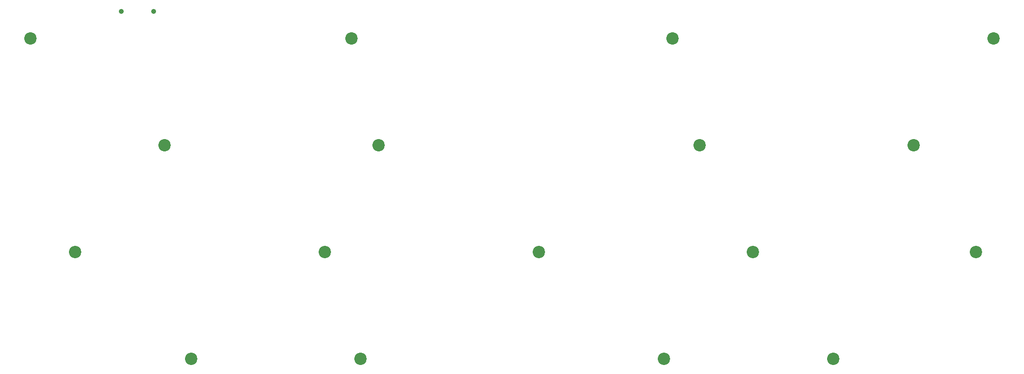
<source format=gbr>
%TF.GenerationSoftware,KiCad,Pcbnew,(7.0.0)*%
%TF.CreationDate,2023-05-05T19:02:53+02:00*%
%TF.ProjectId,travaulta revision,74726176-6175-46c7-9461-207265766973,rev?*%
%TF.SameCoordinates,Original*%
%TF.FileFunction,Soldermask,Top*%
%TF.FilePolarity,Negative*%
%FSLAX46Y46*%
G04 Gerber Fmt 4.6, Leading zero omitted, Abs format (unit mm)*
G04 Created by KiCad (PCBNEW (7.0.0)) date 2023-05-05 19:02:53*
%MOMM*%
%LPD*%
G01*
G04 APERTURE LIST*
%ADD10C,2.200000*%
%ADD11C,0.900000*%
G04 APERTURE END LIST*
D10*
%TO.C,H2*%
X120650000Y-57150000D03*
%TD*%
%TO.C,H11*%
X153987500Y-95250000D03*
%TD*%
%TO.C,H1*%
X63500000Y-57150000D03*
%TD*%
%TO.C,H9*%
X71437500Y-95250000D03*
%TD*%
%TO.C,H13*%
X231775000Y-95250000D03*
%TD*%
%TO.C,H5*%
X87312500Y-76200000D03*
%TD*%
%TO.C,H10*%
X115887500Y-95250000D03*
%TD*%
%TO.C,H8*%
X220662500Y-76200000D03*
%TD*%
%TO.C,H15*%
X122237500Y-114300000D03*
%TD*%
%TO.C,H3*%
X177800000Y-57150000D03*
%TD*%
%TO.C,H17*%
X206375000Y-114300000D03*
%TD*%
%TO.C,H4*%
X234950000Y-57150000D03*
%TD*%
%TO.C,H6*%
X125412500Y-76200000D03*
%TD*%
%TO.C,H16*%
X176212500Y-114300000D03*
%TD*%
%TO.C,H12*%
X192087500Y-95250000D03*
%TD*%
%TO.C,H7*%
X182562500Y-76200000D03*
%TD*%
%TO.C,H14*%
X92075000Y-114300000D03*
%TD*%
D11*
%TO.C,USB1*%
X79660000Y-52271250D03*
X85440000Y-52271250D03*
%TD*%
M02*

</source>
